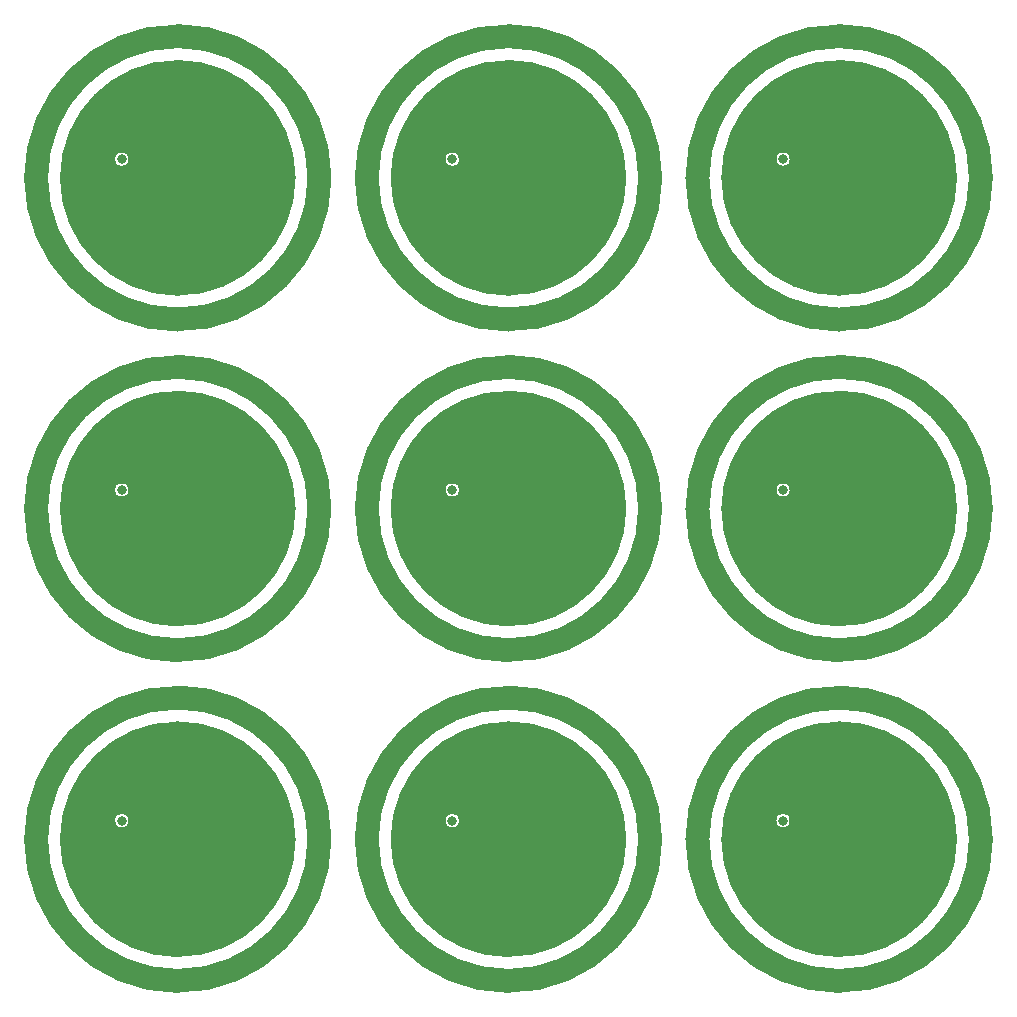
<source format=gbl>
%MOIN*%
%OFA0B0*%
%FSLAX46Y46*%
%IPPOS*%
%LPD*%
%ADD10C,0.0039370078740157488*%
%ADD11C,0.11811023622047245*%
%ADD12C,0.15748031496062992*%
%ADD13C,0.07874015748031496*%
%ADD14C,0.031496062992125991*%
%ADD25C,0.0039370078740157488*%
%ADD26C,0.11811023622047245*%
%ADD27C,0.15748031496062992*%
%ADD28C,0.07874015748031496*%
%ADD29C,0.031496062992125991*%
%ADD30C,0.0039370078740157488*%
%ADD31C,0.11811023622047245*%
%ADD32C,0.15748031496062992*%
%ADD33C,0.07874015748031496*%
%ADD34C,0.031496062992125991*%
%ADD35C,0.0039370078740157488*%
%ADD36C,0.11811023622047245*%
%ADD37C,0.15748031496062992*%
%ADD38C,0.07874015748031496*%
%ADD39C,0.031496062992125991*%
%ADD40C,0.0039370078740157488*%
%ADD41C,0.11811023622047245*%
%ADD42C,0.15748031496062992*%
%ADD43C,0.07874015748031496*%
%ADD44C,0.031496062992125991*%
%ADD45C,0.0039370078740157488*%
%ADD46C,0.11811023622047245*%
%ADD47C,0.15748031496062992*%
%ADD48C,0.07874015748031496*%
%ADD49C,0.031496062992125991*%
%ADD50C,0.0039370078740157488*%
%ADD51C,0.11811023622047245*%
%ADD52C,0.15748031496062992*%
%ADD53C,0.07874015748031496*%
%ADD54C,0.031496062992125991*%
%ADD55C,0.0039370078740157488*%
%ADD56C,0.11811023622047245*%
%ADD57C,0.15748031496062992*%
%ADD58C,0.07874015748031496*%
%ADD59C,0.031496062992125991*%
%ADD60C,0.0039370078740157488*%
%ADD61C,0.11811023622047245*%
%ADD62C,0.15748031496062992*%
%ADD63C,0.07874015748031496*%
%ADD64C,0.031496062992125991*%
D10*
G36*
X0000694736Y0000788802D02*
G01*
X0000814736Y0000623802D01*
X0000829736Y0000413802D01*
X0000759736Y0000258802D01*
X0000439736Y0000158802D01*
X0000234736Y0000338802D01*
X0000249736Y0000498802D01*
X0000399736Y0000563802D01*
X0000289736Y0000758802D01*
X0000434736Y0000833802D01*
X0000694736Y0000788802D01*
G37*
X0000694736Y0000788802D02*
X0000814736Y0000623802D01*
X0000829736Y0000413802D01*
X0000759736Y0000258802D01*
X0000439736Y0000158802D01*
X0000234736Y0000338802D01*
X0000249736Y0000498802D01*
X0000399736Y0000563802D01*
X0000289736Y0000758802D01*
X0000434736Y0000833802D01*
X0000694736Y0000788802D01*
D11*
X0000846390Y0000511794D02*
G75*
G03X0000846390Y0000511794I-0000334645D01*
G01*
D12*
X0000424690Y0000573802D02*
G75*
G03X0000424690Y0000573802I-0000099953D01*
G01*
D13*
X0000984185Y0000511794D02*
G75*
G03X0000984185Y0000511794I-0000472440D01*
G01*
D14*
X0000324736Y0000573802D03*
X0000039736Y0000518802D03*
X0000042580Y0000459588D03*
X0000052822Y0000401198D03*
X0000070303Y0000344552D03*
X0000094744Y0000290544D03*
X0000125763Y0000240024D03*
X0000162868Y0000193791D03*
X0000205475Y0000152573D03*
X0000252913Y0000117020D03*
X0000304432Y0000087692D03*
X0000359221Y0000065053D03*
X0000416415Y0000049460D03*
X0000475112Y0000041158D03*
X0000534388Y0000040277D03*
X0000593306Y0000046834D03*
X0000650938Y0000060722D03*
X0000706374Y0000081725D03*
X0000758742Y0000109510D03*
X0000807214Y0000143639D03*
X0000851026Y0000183574D03*
X0000889487Y0000228685D03*
X0000921992Y0000278261D03*
X0000948026Y0000331521D03*
X0000967180Y0000387623D03*
X0000979152Y0000445683D03*
X0000983752Y0000504786D03*
X0000980908Y0000564000D03*
X0000970666Y0000622390D03*
X0000953186Y0000679036D03*
X0000928744Y0000733044D03*
X0000897726Y0000783564D03*
X0000860620Y0000829797D03*
X0000818013Y0000871015D03*
X0000770576Y0000906568D03*
X0000719056Y0000935896D03*
X0000664267Y0000958535D03*
X0000607073Y0000974128D03*
X0000548376Y0000982430D03*
X0000489101Y0000983310D03*
X0000430182Y0000976754D03*
X0000372551Y0000962866D03*
X0000317114Y0000941863D03*
X0000264747Y0000914078D03*
X0000216275Y0000879949D03*
X0000172462Y0000840014D03*
X0000134001Y0000794903D03*
X0000101497Y0000745327D03*
X0000075462Y0000692067D03*
X0000056308Y0000635965D03*
X0000044336Y0000577905D03*
X0000324736Y0000443802D03*
G04 next file*
G04 #@! TF.GenerationSoftware,KiCad,Pcbnew,(5.1.2)-2*
G04 #@! TF.CreationDate,2019-08-09T02:38:32-07:00*
G04 #@! TF.ProjectId,noncontact_electrode,6e6f6e63-6f6e-4746-9163-745f656c6563,rev?*
G04 #@! TF.SameCoordinates,Original*
G04 #@! TF.FileFunction,Copper,L4,Bot*
G04 #@! TF.FilePolarity,Positive*
G04 Gerber Fmt 4.6, Leading zero omitted, Abs format (unit mm)*
G04 Created by KiCad (PCBNEW (5.1.2)-2) date 2019-08-09 02:38:32*
G04 APERTURE LIST*
G04 APERTURE END LIST*
D25*
G36*
X0000694736Y0001891131D02*
G01*
X0000814736Y0001726131D01*
X0000829736Y0001516131D01*
X0000759736Y0001361131D01*
X0000439736Y0001261131D01*
X0000234736Y0001441131D01*
X0000249736Y0001601131D01*
X0000399736Y0001666131D01*
X0000289736Y0001861131D01*
X0000434736Y0001936131D01*
X0000694736Y0001891131D01*
G37*
X0000694736Y0001891131D02*
X0000814736Y0001726131D01*
X0000829736Y0001516131D01*
X0000759736Y0001361131D01*
X0000439736Y0001261131D01*
X0000234736Y0001441131D01*
X0000249736Y0001601131D01*
X0000399736Y0001666131D01*
X0000289736Y0001861131D01*
X0000434736Y0001936131D01*
X0000694736Y0001891131D01*
D26*
X0000846390Y0001614123D02*
G75*
G03X0000846390Y0001614123I-0000334645D01*
G01*
D27*
X0000424690Y0001676131D02*
G75*
G03X0000424690Y0001676131I-0000099953D01*
G01*
D28*
X0000984185Y0001614123D02*
G75*
G03X0000984185Y0001614123I-0000472440D01*
G01*
D29*
X0000324736Y0001676131D03*
X0000324736Y0001546131D03*
X0000039736Y0001621131D03*
X0000042580Y0001561917D03*
X0000052822Y0001503527D03*
X0000070303Y0001446881D03*
X0000094744Y0001392872D03*
X0000125763Y0001342353D03*
X0000162868Y0001296120D03*
X0000205475Y0001254902D03*
X0000252913Y0001219348D03*
X0000304432Y0001190021D03*
X0000359221Y0001167382D03*
X0000416415Y0001151789D03*
X0000475112Y0001143486D03*
X0000534388Y0001142606D03*
X0000593306Y0001149162D03*
X0000650938Y0001163051D03*
X0000706374Y0001184054D03*
X0000758742Y0001211838D03*
X0000807214Y0001245968D03*
X0000851026Y0001285903D03*
X0000889487Y0001331014D03*
X0000921992Y0001380590D03*
X0000948026Y0001433849D03*
X0000967180Y0001489952D03*
X0000979152Y0001548012D03*
X0000983752Y0001607115D03*
X0000980908Y0001666329D03*
X0000970666Y0001724719D03*
X0000953186Y0001781365D03*
X0000928744Y0001835373D03*
X0000897726Y0001885893D03*
X0000860620Y0001932126D03*
X0000818013Y0001973344D03*
X0000770576Y0002008897D03*
X0000719056Y0002038225D03*
X0000664267Y0002060863D03*
X0000607073Y0002076457D03*
X0000548376Y0002084759D03*
X0000489101Y0002085639D03*
X0000430182Y0002079083D03*
X0000372551Y0002065195D03*
X0000317114Y0002044192D03*
X0000264747Y0002016407D03*
X0000216275Y0001982278D03*
X0000172462Y0001942343D03*
X0000134001Y0001897232D03*
X0000101497Y0001847655D03*
X0000075462Y0001794396D03*
X0000056308Y0001738294D03*
X0000044336Y0001680234D03*
G04 next file*
G04 #@! TF.GenerationSoftware,KiCad,Pcbnew,(5.1.2)-2*
G04 #@! TF.CreationDate,2019-08-09T02:41:04-07:00*
G04 #@! TF.ProjectId,noncontact_electrode,6e6f6e63-6f6e-4746-9163-745f656c6563,rev?*
G04 #@! TF.SameCoordinates,Original*
G04 #@! TF.FileFunction,Copper,L4,Bot*
G04 #@! TF.FilePolarity,Positive*
G04 Gerber Fmt 4.6, Leading zero omitted, Abs format (unit mm)*
G04 Created by KiCad (PCBNEW (5.1.2)-2) date 2019-08-09 02:41:04*
G04 APERTURE LIST*
G04 APERTURE END LIST*
D30*
G36*
X0000694736Y0002993460D02*
G01*
X0000814736Y0002828460D01*
X0000829736Y0002618460D01*
X0000759736Y0002463460D01*
X0000439736Y0002363460D01*
X0000234736Y0002543460D01*
X0000249736Y0002703460D01*
X0000399736Y0002768460D01*
X0000289736Y0002963460D01*
X0000434736Y0003038460D01*
X0000694736Y0002993460D01*
G37*
X0000694736Y0002993460D02*
X0000814736Y0002828460D01*
X0000829736Y0002618460D01*
X0000759736Y0002463460D01*
X0000439736Y0002363460D01*
X0000234736Y0002543460D01*
X0000249736Y0002703460D01*
X0000399736Y0002768460D01*
X0000289736Y0002963460D01*
X0000434736Y0003038460D01*
X0000694736Y0002993460D01*
D31*
X0000846390Y0002716452D02*
G75*
G03X0000846390Y0002716452I-0000334645D01*
G01*
D32*
X0000424690Y0002778460D02*
G75*
G03X0000424690Y0002778460I-0000099953D01*
G01*
D33*
X0000984185Y0002716452D02*
G75*
G03X0000984185Y0002716452I-0000472440D01*
G01*
D34*
X0000324736Y0002778460D03*
X0000039736Y0002723460D03*
X0000042580Y0002664246D03*
X0000052822Y0002605856D03*
X0000070303Y0002549210D03*
X0000094744Y0002495202D03*
X0000125763Y0002444682D03*
X0000162868Y0002398449D03*
X0000205475Y0002357231D03*
X0000252913Y0002321678D03*
X0000304432Y0002292350D03*
X0000359221Y0002269711D03*
X0000416415Y0002254118D03*
X0000475112Y0002245816D03*
X0000534388Y0002244936D03*
X0000593306Y0002251492D03*
X0000650938Y0002265380D03*
X0000706374Y0002286383D03*
X0000758742Y0002314168D03*
X0000807214Y0002348297D03*
X0000851026Y0002388232D03*
X0000889487Y0002433343D03*
X0000921992Y0002482919D03*
X0000948026Y0002536179D03*
X0000967180Y0002592281D03*
X0000979152Y0002650341D03*
X0000983752Y0002709444D03*
X0000980908Y0002768658D03*
X0000970666Y0002827048D03*
X0000953186Y0002883694D03*
X0000928744Y0002937702D03*
X0000897726Y0002988222D03*
X0000860620Y0003034455D03*
X0000818013Y0003075673D03*
X0000770576Y0003111226D03*
X0000719056Y0003140554D03*
X0000664267Y0003163193D03*
X0000607073Y0003178786D03*
X0000548376Y0003187088D03*
X0000489101Y0003187969D03*
X0000430182Y0003181412D03*
X0000372551Y0003167524D03*
X0000317114Y0003146521D03*
X0000264747Y0003118736D03*
X0000216275Y0003084607D03*
X0000172462Y0003044672D03*
X0000134001Y0002999561D03*
X0000101497Y0002949985D03*
X0000075462Y0002896725D03*
X0000056308Y0002840623D03*
X0000044336Y0002782563D03*
X0000324736Y0002648460D03*
G04 next file*
G04 #@! TF.GenerationSoftware,KiCad,Pcbnew,(5.1.2)-2*
G04 #@! TF.CreationDate,2019-08-09T03:14:28-07:00*
G04 #@! TF.ProjectId,noncontact_electrode,6e6f6e63-6f6e-4746-9163-745f656c6563,rev?*
G04 #@! TF.SameCoordinates,Original*
G04 #@! TF.FileFunction,Copper,L4,Bot*
G04 #@! TF.FilePolarity,Positive*
G04 Gerber Fmt 4.6, Leading zero omitted, Abs format (unit mm)*
G04 Created by KiCad (PCBNEW (5.1.2)-2) date 2019-08-09 03:14:28*
G04 APERTURE LIST*
G04 APERTURE END LIST*
D35*
G36*
X0001797032Y0000788802D02*
G01*
X0001917032Y0000623802D01*
X0001932032Y0000413802D01*
X0001862032Y0000258802D01*
X0001542032Y0000158802D01*
X0001337032Y0000338802D01*
X0001352032Y0000498802D01*
X0001502032Y0000563802D01*
X0001392032Y0000758802D01*
X0001537032Y0000833802D01*
X0001797032Y0000788802D01*
G37*
X0001797032Y0000788802D02*
X0001917032Y0000623802D01*
X0001932032Y0000413802D01*
X0001862032Y0000258802D01*
X0001542032Y0000158802D01*
X0001337032Y0000338802D01*
X0001352032Y0000498802D01*
X0001502032Y0000563802D01*
X0001392032Y0000758802D01*
X0001537032Y0000833802D01*
X0001797032Y0000788802D01*
D36*
X0001948685Y0000511794D02*
G75*
G03X0001948685Y0000511794I-0000334645D01*
G01*
D37*
X0001526985Y0000573802D02*
G75*
G03X0001526985Y0000573802I-0000099953D01*
G01*
D38*
X0002086481Y0000511794D02*
G75*
G03X0002086481Y0000511794I-0000472440D01*
G01*
D39*
X0001427032Y0000573802D03*
X0001142032Y0000518802D03*
X0001144876Y0000459588D03*
X0001155118Y0000401198D03*
X0001172598Y0000344552D03*
X0001197040Y0000290544D03*
X0001228058Y0000240024D03*
X0001265164Y0000193791D03*
X0001307771Y0000152573D03*
X0001355208Y0000117020D03*
X0001406728Y0000087692D03*
X0001461516Y0000065053D03*
X0001518711Y0000049460D03*
X0001577408Y0000041158D03*
X0001636683Y0000040277D03*
X0001695601Y0000046834D03*
X0001753233Y0000060722D03*
X0001808670Y0000081725D03*
X0001861037Y0000109510D03*
X0001909509Y0000143639D03*
X0001953321Y0000183574D03*
X0001991783Y0000228685D03*
X0002024287Y0000278261D03*
X0002050322Y0000331521D03*
X0002069476Y0000387623D03*
X0002081447Y0000445683D03*
X0002086048Y0000504786D03*
X0002083204Y0000564000D03*
X0002072961Y0000622390D03*
X0002055481Y0000679036D03*
X0002031040Y0000733044D03*
X0002000021Y0000783564D03*
X0001962916Y0000829797D03*
X0001920309Y0000871015D03*
X0001872871Y0000906568D03*
X0001821352Y0000935896D03*
X0001766563Y0000958535D03*
X0001709369Y0000974128D03*
X0001650671Y0000982430D03*
X0001591396Y0000983310D03*
X0001532478Y0000976754D03*
X0001474846Y0000962866D03*
X0001419410Y0000941863D03*
X0001367042Y0000914078D03*
X0001318570Y0000879949D03*
X0001274758Y0000840014D03*
X0001236297Y0000794903D03*
X0001203792Y0000745327D03*
X0001177758Y0000692067D03*
X0001158604Y0000635965D03*
X0001146632Y0000577905D03*
X0001427032Y0000443802D03*
G04 next file*
G04 #@! TF.GenerationSoftware,KiCad,Pcbnew,(5.1.2)-2*
G04 #@! TF.CreationDate,2019-08-09T03:14:28-07:00*
G04 #@! TF.ProjectId,noncontact_electrode,6e6f6e63-6f6e-4746-9163-745f656c6563,rev?*
G04 #@! TF.SameCoordinates,Original*
G04 #@! TF.FileFunction,Copper,L4,Bot*
G04 #@! TF.FilePolarity,Positive*
G04 Gerber Fmt 4.6, Leading zero omitted, Abs format (unit mm)*
G04 Created by KiCad (PCBNEW (5.1.2)-2) date 2019-08-09 03:14:28*
G04 APERTURE LIST*
G04 APERTURE END LIST*
D40*
G36*
X0002899328Y0000788802D02*
G01*
X0003019328Y0000623802D01*
X0003034328Y0000413802D01*
X0002964328Y0000258802D01*
X0002644328Y0000158802D01*
X0002439328Y0000338802D01*
X0002454328Y0000498802D01*
X0002604328Y0000563802D01*
X0002494328Y0000758802D01*
X0002639328Y0000833802D01*
X0002899328Y0000788802D01*
G37*
X0002899328Y0000788802D02*
X0003019328Y0000623802D01*
X0003034328Y0000413802D01*
X0002964328Y0000258802D01*
X0002644328Y0000158802D01*
X0002439328Y0000338802D01*
X0002454328Y0000498802D01*
X0002604328Y0000563802D01*
X0002494328Y0000758802D01*
X0002639328Y0000833802D01*
X0002899328Y0000788802D01*
D41*
X0003050981Y0000511794D02*
G75*
G03X0003050981Y0000511794I-0000334645D01*
G01*
D42*
X0002629281Y0000573802D02*
G75*
G03X0002629281Y0000573802I-0000099953D01*
G01*
D43*
X0003188777Y0000511794D02*
G75*
G03X0003188777Y0000511794I-0000472440D01*
G01*
D44*
X0002529328Y0000573802D03*
X0002244328Y0000518802D03*
X0002247171Y0000459588D03*
X0002257414Y0000401198D03*
X0002274894Y0000344552D03*
X0002299336Y0000290544D03*
X0002330354Y0000240024D03*
X0002367459Y0000193791D03*
X0002410067Y0000152573D03*
X0002457504Y0000117020D03*
X0002509024Y0000087692D03*
X0002563812Y0000065053D03*
X0002621006Y0000049460D03*
X0002679704Y0000041158D03*
X0002738979Y0000040277D03*
X0002797897Y0000046834D03*
X0002855529Y0000060722D03*
X0002910966Y0000081725D03*
X0002963333Y0000109510D03*
X0003011805Y0000143639D03*
X0003055617Y0000183574D03*
X0003094079Y0000228685D03*
X0003126583Y0000278261D03*
X0003152618Y0000331521D03*
X0003171772Y0000387623D03*
X0003183743Y0000445683D03*
X0003188343Y0000504786D03*
X0003185500Y0000564000D03*
X0003175257Y0000622390D03*
X0003157777Y0000679036D03*
X0003133335Y0000733044D03*
X0003102317Y0000783564D03*
X0003065212Y0000829797D03*
X0003022604Y0000871015D03*
X0002975167Y0000906568D03*
X0002923648Y0000935896D03*
X0002868859Y0000958535D03*
X0002811665Y0000974128D03*
X0002752967Y0000982430D03*
X0002693692Y0000983310D03*
X0002634774Y0000976754D03*
X0002577142Y0000962866D03*
X0002521705Y0000941863D03*
X0002469338Y0000914078D03*
X0002420866Y0000879949D03*
X0002377054Y0000840014D03*
X0002338592Y0000794903D03*
X0002306088Y0000745327D03*
X0002280054Y0000692067D03*
X0002260900Y0000635965D03*
X0002248928Y0000577905D03*
X0002529328Y0000443802D03*
G04 next file*
G04 #@! TF.GenerationSoftware,KiCad,Pcbnew,(5.1.2)-2*
G04 #@! TF.CreationDate,2019-08-09T02:38:32-07:00*
G04 #@! TF.ProjectId,noncontact_electrode,6e6f6e63-6f6e-4746-9163-745f656c6563,rev?*
G04 #@! TF.SameCoordinates,Original*
G04 #@! TF.FileFunction,Copper,L4,Bot*
G04 #@! TF.FilePolarity,Positive*
G04 Gerber Fmt 4.6, Leading zero omitted, Abs format (unit mm)*
G04 Created by KiCad (PCBNEW (5.1.2)-2) date 2019-08-09 02:38:32*
G04 APERTURE LIST*
G04 APERTURE END LIST*
D45*
G36*
X0001797032Y0001891131D02*
G01*
X0001917032Y0001726131D01*
X0001932032Y0001516131D01*
X0001862032Y0001361131D01*
X0001542032Y0001261131D01*
X0001337032Y0001441131D01*
X0001352032Y0001601131D01*
X0001502032Y0001666131D01*
X0001392032Y0001861131D01*
X0001537032Y0001936131D01*
X0001797032Y0001891131D01*
G37*
X0001797032Y0001891131D02*
X0001917032Y0001726131D01*
X0001932032Y0001516131D01*
X0001862032Y0001361131D01*
X0001542032Y0001261131D01*
X0001337032Y0001441131D01*
X0001352032Y0001601131D01*
X0001502032Y0001666131D01*
X0001392032Y0001861131D01*
X0001537032Y0001936131D01*
X0001797032Y0001891131D01*
D46*
X0001948685Y0001614123D02*
G75*
G03X0001948685Y0001614123I-0000334645D01*
G01*
D47*
X0001526985Y0001676131D02*
G75*
G03X0001526985Y0001676131I-0000099953D01*
G01*
D48*
X0002086481Y0001614123D02*
G75*
G03X0002086481Y0001614123I-0000472440D01*
G01*
D49*
X0001427032Y0001676131D03*
X0001427032Y0001546131D03*
X0001142032Y0001621131D03*
X0001144876Y0001561917D03*
X0001155118Y0001503527D03*
X0001172598Y0001446881D03*
X0001197040Y0001392872D03*
X0001228058Y0001342353D03*
X0001265164Y0001296120D03*
X0001307771Y0001254902D03*
X0001355208Y0001219348D03*
X0001406728Y0001190021D03*
X0001461516Y0001167382D03*
X0001518711Y0001151789D03*
X0001577408Y0001143486D03*
X0001636683Y0001142606D03*
X0001695601Y0001149162D03*
X0001753233Y0001163051D03*
X0001808670Y0001184054D03*
X0001861037Y0001211838D03*
X0001909509Y0001245968D03*
X0001953321Y0001285903D03*
X0001991783Y0001331014D03*
X0002024287Y0001380590D03*
X0002050322Y0001433849D03*
X0002069476Y0001489952D03*
X0002081447Y0001548012D03*
X0002086048Y0001607115D03*
X0002083204Y0001666329D03*
X0002072961Y0001724719D03*
X0002055481Y0001781365D03*
X0002031040Y0001835373D03*
X0002000021Y0001885893D03*
X0001962916Y0001932126D03*
X0001920309Y0001973344D03*
X0001872871Y0002008897D03*
X0001821352Y0002038225D03*
X0001766563Y0002060863D03*
X0001709369Y0002076457D03*
X0001650671Y0002084759D03*
X0001591396Y0002085639D03*
X0001532478Y0002079083D03*
X0001474846Y0002065195D03*
X0001419410Y0002044192D03*
X0001367042Y0002016407D03*
X0001318570Y0001982278D03*
X0001274758Y0001942343D03*
X0001236297Y0001897232D03*
X0001203792Y0001847655D03*
X0001177758Y0001794396D03*
X0001158604Y0001738294D03*
X0001146632Y0001680234D03*
G04 next file*
G04 #@! TF.GenerationSoftware,KiCad,Pcbnew,(5.1.2)-2*
G04 #@! TF.CreationDate,2019-08-09T02:38:32-07:00*
G04 #@! TF.ProjectId,noncontact_electrode,6e6f6e63-6f6e-4746-9163-745f656c6563,rev?*
G04 #@! TF.SameCoordinates,Original*
G04 #@! TF.FileFunction,Copper,L4,Bot*
G04 #@! TF.FilePolarity,Positive*
G04 Gerber Fmt 4.6, Leading zero omitted, Abs format (unit mm)*
G04 Created by KiCad (PCBNEW (5.1.2)-2) date 2019-08-09 02:38:32*
G04 APERTURE LIST*
G04 APERTURE END LIST*
D50*
G36*
X0001797032Y0002993460D02*
G01*
X0001917032Y0002828460D01*
X0001932032Y0002618460D01*
X0001862032Y0002463460D01*
X0001542032Y0002363460D01*
X0001337032Y0002543460D01*
X0001352032Y0002703460D01*
X0001502032Y0002768460D01*
X0001392032Y0002963460D01*
X0001537032Y0003038460D01*
X0001797032Y0002993460D01*
G37*
X0001797032Y0002993460D02*
X0001917032Y0002828460D01*
X0001932032Y0002618460D01*
X0001862032Y0002463460D01*
X0001542032Y0002363460D01*
X0001337032Y0002543460D01*
X0001352032Y0002703460D01*
X0001502032Y0002768460D01*
X0001392032Y0002963460D01*
X0001537032Y0003038460D01*
X0001797032Y0002993460D01*
D51*
X0001948685Y0002716452D02*
G75*
G03X0001948685Y0002716452I-0000334645D01*
G01*
D52*
X0001526985Y0002778460D02*
G75*
G03X0001526985Y0002778460I-0000099953D01*
G01*
D53*
X0002086481Y0002716452D02*
G75*
G03X0002086481Y0002716452I-0000472440D01*
G01*
D54*
X0001427032Y0002778460D03*
X0001427032Y0002648460D03*
X0001142032Y0002723460D03*
X0001144876Y0002664246D03*
X0001155118Y0002605856D03*
X0001172598Y0002549210D03*
X0001197040Y0002495202D03*
X0001228058Y0002444682D03*
X0001265164Y0002398449D03*
X0001307771Y0002357231D03*
X0001355208Y0002321678D03*
X0001406728Y0002292350D03*
X0001461516Y0002269711D03*
X0001518711Y0002254118D03*
X0001577408Y0002245816D03*
X0001636683Y0002244936D03*
X0001695601Y0002251492D03*
X0001753233Y0002265380D03*
X0001808670Y0002286383D03*
X0001861037Y0002314168D03*
X0001909509Y0002348297D03*
X0001953321Y0002388232D03*
X0001991783Y0002433343D03*
X0002024287Y0002482919D03*
X0002050322Y0002536179D03*
X0002069476Y0002592281D03*
X0002081447Y0002650341D03*
X0002086048Y0002709444D03*
X0002083204Y0002768658D03*
X0002072961Y0002827048D03*
X0002055481Y0002883694D03*
X0002031040Y0002937702D03*
X0002000021Y0002988222D03*
X0001962916Y0003034455D03*
X0001920309Y0003075673D03*
X0001872871Y0003111226D03*
X0001821352Y0003140554D03*
X0001766563Y0003163193D03*
X0001709369Y0003178786D03*
X0001650671Y0003187088D03*
X0001591396Y0003187969D03*
X0001532478Y0003181412D03*
X0001474846Y0003167524D03*
X0001419410Y0003146521D03*
X0001367042Y0003118736D03*
X0001318570Y0003084607D03*
X0001274758Y0003044672D03*
X0001236297Y0002999561D03*
X0001203792Y0002949985D03*
X0001177758Y0002896725D03*
X0001158604Y0002840623D03*
X0001146632Y0002782563D03*
G04 next file*
G04 #@! TF.GenerationSoftware,KiCad,Pcbnew,(5.1.2)-2*
G04 #@! TF.CreationDate,2019-08-09T02:41:04-07:00*
G04 #@! TF.ProjectId,noncontact_electrode,6e6f6e63-6f6e-4746-9163-745f656c6563,rev?*
G04 #@! TF.SameCoordinates,Original*
G04 #@! TF.FileFunction,Copper,L4,Bot*
G04 #@! TF.FilePolarity,Positive*
G04 Gerber Fmt 4.6, Leading zero omitted, Abs format (unit mm)*
G04 Created by KiCad (PCBNEW (5.1.2)-2) date 2019-08-09 02:41:04*
G04 APERTURE LIST*
G04 APERTURE END LIST*
D55*
G36*
X0002899328Y0001891131D02*
G01*
X0003019328Y0001726131D01*
X0003034328Y0001516131D01*
X0002964328Y0001361131D01*
X0002644328Y0001261131D01*
X0002439328Y0001441131D01*
X0002454328Y0001601131D01*
X0002604328Y0001666131D01*
X0002494328Y0001861131D01*
X0002639328Y0001936131D01*
X0002899328Y0001891131D01*
G37*
X0002899328Y0001891131D02*
X0003019328Y0001726131D01*
X0003034328Y0001516131D01*
X0002964328Y0001361131D01*
X0002644328Y0001261131D01*
X0002439328Y0001441131D01*
X0002454328Y0001601131D01*
X0002604328Y0001666131D01*
X0002494328Y0001861131D01*
X0002639328Y0001936131D01*
X0002899328Y0001891131D01*
D56*
X0003050981Y0001614123D02*
G75*
G03X0003050981Y0001614123I-0000334645D01*
G01*
D57*
X0002629281Y0001676131D02*
G75*
G03X0002629281Y0001676131I-0000099953D01*
G01*
D58*
X0003188777Y0001614123D02*
G75*
G03X0003188777Y0001614123I-0000472440D01*
G01*
D59*
X0002529328Y0001676131D03*
X0002244328Y0001621131D03*
X0002247171Y0001561917D03*
X0002257414Y0001503527D03*
X0002274894Y0001446881D03*
X0002299336Y0001392872D03*
X0002330354Y0001342353D03*
X0002367459Y0001296120D03*
X0002410067Y0001254902D03*
X0002457504Y0001219348D03*
X0002509024Y0001190021D03*
X0002563812Y0001167382D03*
X0002621006Y0001151789D03*
X0002679704Y0001143486D03*
X0002738979Y0001142606D03*
X0002797897Y0001149162D03*
X0002855529Y0001163051D03*
X0002910966Y0001184054D03*
X0002963333Y0001211838D03*
X0003011805Y0001245968D03*
X0003055617Y0001285903D03*
X0003094079Y0001331014D03*
X0003126583Y0001380590D03*
X0003152618Y0001433849D03*
X0003171772Y0001489952D03*
X0003183743Y0001548012D03*
X0003188343Y0001607115D03*
X0003185500Y0001666329D03*
X0003175257Y0001724719D03*
X0003157777Y0001781365D03*
X0003133335Y0001835373D03*
X0003102317Y0001885893D03*
X0003065212Y0001932126D03*
X0003022604Y0001973344D03*
X0002975167Y0002008897D03*
X0002923648Y0002038225D03*
X0002868859Y0002060863D03*
X0002811665Y0002076457D03*
X0002752967Y0002084759D03*
X0002693692Y0002085639D03*
X0002634774Y0002079083D03*
X0002577142Y0002065195D03*
X0002521705Y0002044192D03*
X0002469338Y0002016407D03*
X0002420866Y0001982278D03*
X0002377054Y0001942343D03*
X0002338592Y0001897232D03*
X0002306088Y0001847655D03*
X0002280054Y0001794396D03*
X0002260900Y0001738294D03*
X0002248928Y0001680234D03*
X0002529328Y0001546131D03*
G04 next file*
G04 #@! TF.GenerationSoftware,KiCad,Pcbnew,(5.1.2)-2*
G04 #@! TF.CreationDate,2019-08-09T02:41:04-07:00*
G04 #@! TF.ProjectId,noncontact_electrode,6e6f6e63-6f6e-4746-9163-745f656c6563,rev?*
G04 #@! TF.SameCoordinates,Original*
G04 #@! TF.FileFunction,Copper,L4,Bot*
G04 #@! TF.FilePolarity,Positive*
G04 Gerber Fmt 4.6, Leading zero omitted, Abs format (unit mm)*
G04 Created by KiCad (PCBNEW (5.1.2)-2) date 2019-08-09 02:41:04*
G04 APERTURE LIST*
G04 APERTURE END LIST*
D60*
G36*
X0002899328Y0002993460D02*
G01*
X0003019328Y0002828460D01*
X0003034328Y0002618460D01*
X0002964328Y0002463460D01*
X0002644328Y0002363460D01*
X0002439328Y0002543460D01*
X0002454328Y0002703460D01*
X0002604328Y0002768460D01*
X0002494328Y0002963460D01*
X0002639328Y0003038460D01*
X0002899328Y0002993460D01*
G37*
X0002899328Y0002993460D02*
X0003019328Y0002828460D01*
X0003034328Y0002618460D01*
X0002964328Y0002463460D01*
X0002644328Y0002363460D01*
X0002439328Y0002543460D01*
X0002454328Y0002703460D01*
X0002604328Y0002768460D01*
X0002494328Y0002963460D01*
X0002639328Y0003038460D01*
X0002899328Y0002993460D01*
D61*
X0003050981Y0002716452D02*
G75*
G03X0003050981Y0002716452I-0000334645D01*
G01*
D62*
X0002629281Y0002778460D02*
G75*
G03X0002629281Y0002778460I-0000099953D01*
G01*
D63*
X0003188777Y0002716452D02*
G75*
G03X0003188777Y0002716452I-0000472440D01*
G01*
D64*
X0002529328Y0002778460D03*
X0002244328Y0002723460D03*
X0002247171Y0002664246D03*
X0002257414Y0002605856D03*
X0002274894Y0002549210D03*
X0002299336Y0002495202D03*
X0002330354Y0002444682D03*
X0002367459Y0002398449D03*
X0002410067Y0002357231D03*
X0002457504Y0002321678D03*
X0002509024Y0002292350D03*
X0002563812Y0002269711D03*
X0002621006Y0002254118D03*
X0002679704Y0002245816D03*
X0002738979Y0002244936D03*
X0002797897Y0002251492D03*
X0002855529Y0002265380D03*
X0002910966Y0002286383D03*
X0002963333Y0002314168D03*
X0003011805Y0002348297D03*
X0003055617Y0002388232D03*
X0003094079Y0002433343D03*
X0003126583Y0002482919D03*
X0003152618Y0002536179D03*
X0003171772Y0002592281D03*
X0003183743Y0002650341D03*
X0003188343Y0002709444D03*
X0003185500Y0002768658D03*
X0003175257Y0002827048D03*
X0003157777Y0002883694D03*
X0003133335Y0002937702D03*
X0003102317Y0002988222D03*
X0003065212Y0003034455D03*
X0003022604Y0003075673D03*
X0002975167Y0003111226D03*
X0002923648Y0003140554D03*
X0002868859Y0003163193D03*
X0002811665Y0003178786D03*
X0002752967Y0003187088D03*
X0002693692Y0003187969D03*
X0002634774Y0003181412D03*
X0002577142Y0003167524D03*
X0002521705Y0003146521D03*
X0002469338Y0003118736D03*
X0002420866Y0003084607D03*
X0002377054Y0003044672D03*
X0002338592Y0002999561D03*
X0002306088Y0002949985D03*
X0002280054Y0002896725D03*
X0002260900Y0002840623D03*
X0002248928Y0002782563D03*
X0002529328Y0002648460D03*
M02*
</source>
